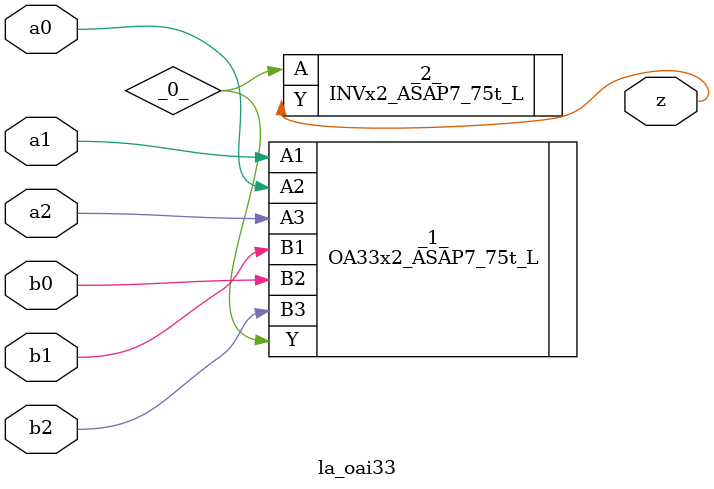
<source format=v>

/* Generated by Yosys 0.37 (git sha1 a5c7f69ed, clang 14.0.0-1ubuntu1.1 -fPIC -Os) */

module la_oai33(a0, a1, a2, b0, b1, b2, z);
  wire _0_;
  input a0;
  wire a0;
  input a1;
  wire a1;
  input a2;
  wire a2;
  input b0;
  wire b0;
  input b1;
  wire b1;
  input b2;
  wire b2;
  output z;
  wire z;
  OA33x2_ASAP7_75t_L _1_ (
    .A1(a1),
    .A2(a0),
    .A3(a2),
    .B1(b1),
    .B2(b0),
    .B3(b2),
    .Y(_0_)
  );
  INVx2_ASAP7_75t_L _2_ (
    .A(_0_),
    .Y(z)
  );
endmodule

</source>
